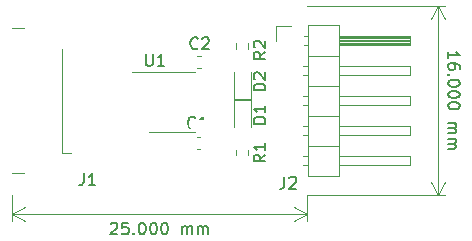
<source format=gto>
%TF.GenerationSoftware,KiCad,Pcbnew,(5.1.10)-1*%
%TF.CreationDate,2021-07-14T15:21:13+08:00*%
%TF.ProjectId,usb-ttl,7573622d-7474-46c2-9e6b-696361645f70,rev?*%
%TF.SameCoordinates,Original*%
%TF.FileFunction,Legend,Top*%
%TF.FilePolarity,Positive*%
%FSLAX46Y46*%
G04 Gerber Fmt 4.6, Leading zero omitted, Abs format (unit mm)*
G04 Created by KiCad (PCBNEW (5.1.10)-1) date 2021-07-14 15:21:13*
%MOMM*%
%LPD*%
G01*
G04 APERTURE LIST*
%ADD10C,0.150000*%
%ADD11C,0.120000*%
%ADD12O,1.800000X1.800000*%
%ADD13C,1.200000*%
%ADD14O,3.600000X2.000000*%
G04 APERTURE END LIST*
D10*
X137517619Y-117428571D02*
X137517619Y-116857142D01*
X137517619Y-117142857D02*
X138517619Y-117142857D01*
X138374761Y-117047619D01*
X138279523Y-116952380D01*
X138231904Y-116857142D01*
X138517619Y-118285714D02*
X138517619Y-118095238D01*
X138470000Y-118000000D01*
X138422380Y-117952380D01*
X138279523Y-117857142D01*
X138089047Y-117809523D01*
X137708095Y-117809523D01*
X137612857Y-117857142D01*
X137565238Y-117904761D01*
X137517619Y-118000000D01*
X137517619Y-118190476D01*
X137565238Y-118285714D01*
X137612857Y-118333333D01*
X137708095Y-118380952D01*
X137946190Y-118380952D01*
X138041428Y-118333333D01*
X138089047Y-118285714D01*
X138136666Y-118190476D01*
X138136666Y-118000000D01*
X138089047Y-117904761D01*
X138041428Y-117857142D01*
X137946190Y-117809523D01*
X137612857Y-118809523D02*
X137565238Y-118857142D01*
X137517619Y-118809523D01*
X137565238Y-118761904D01*
X137612857Y-118809523D01*
X137517619Y-118809523D01*
X138517619Y-119476190D02*
X138517619Y-119571428D01*
X138470000Y-119666666D01*
X138422380Y-119714285D01*
X138327142Y-119761904D01*
X138136666Y-119809523D01*
X137898571Y-119809523D01*
X137708095Y-119761904D01*
X137612857Y-119714285D01*
X137565238Y-119666666D01*
X137517619Y-119571428D01*
X137517619Y-119476190D01*
X137565238Y-119380952D01*
X137612857Y-119333333D01*
X137708095Y-119285714D01*
X137898571Y-119238095D01*
X138136666Y-119238095D01*
X138327142Y-119285714D01*
X138422380Y-119333333D01*
X138470000Y-119380952D01*
X138517619Y-119476190D01*
X138517619Y-120428571D02*
X138517619Y-120523809D01*
X138470000Y-120619047D01*
X138422380Y-120666666D01*
X138327142Y-120714285D01*
X138136666Y-120761904D01*
X137898571Y-120761904D01*
X137708095Y-120714285D01*
X137612857Y-120666666D01*
X137565238Y-120619047D01*
X137517619Y-120523809D01*
X137517619Y-120428571D01*
X137565238Y-120333333D01*
X137612857Y-120285714D01*
X137708095Y-120238095D01*
X137898571Y-120190476D01*
X138136666Y-120190476D01*
X138327142Y-120238095D01*
X138422380Y-120285714D01*
X138470000Y-120333333D01*
X138517619Y-120428571D01*
X138517619Y-121380952D02*
X138517619Y-121476190D01*
X138470000Y-121571428D01*
X138422380Y-121619047D01*
X138327142Y-121666666D01*
X138136666Y-121714285D01*
X137898571Y-121714285D01*
X137708095Y-121666666D01*
X137612857Y-121619047D01*
X137565238Y-121571428D01*
X137517619Y-121476190D01*
X137517619Y-121380952D01*
X137565238Y-121285714D01*
X137612857Y-121238095D01*
X137708095Y-121190476D01*
X137898571Y-121142857D01*
X138136666Y-121142857D01*
X138327142Y-121190476D01*
X138422380Y-121238095D01*
X138470000Y-121285714D01*
X138517619Y-121380952D01*
X137517619Y-122904761D02*
X138184285Y-122904761D01*
X138089047Y-122904761D02*
X138136666Y-122952380D01*
X138184285Y-123047619D01*
X138184285Y-123190476D01*
X138136666Y-123285714D01*
X138041428Y-123333333D01*
X137517619Y-123333333D01*
X138041428Y-123333333D02*
X138136666Y-123380952D01*
X138184285Y-123476190D01*
X138184285Y-123619047D01*
X138136666Y-123714285D01*
X138041428Y-123761904D01*
X137517619Y-123761904D01*
X137517619Y-124238095D02*
X138184285Y-124238095D01*
X138089047Y-124238095D02*
X138136666Y-124285714D01*
X138184285Y-124380952D01*
X138184285Y-124523809D01*
X138136666Y-124619047D01*
X138041428Y-124666666D01*
X137517619Y-124666666D01*
X138041428Y-124666666D02*
X138136666Y-124714285D01*
X138184285Y-124809523D01*
X138184285Y-124952380D01*
X138136666Y-125047619D01*
X138041428Y-125095238D01*
X137517619Y-125095238D01*
D11*
X136700000Y-113000000D02*
X136700000Y-129000000D01*
X125600000Y-113000000D02*
X137286421Y-113000000D01*
X125600000Y-129000000D02*
X137286421Y-129000000D01*
X136700000Y-129000000D02*
X136113579Y-127873496D01*
X136700000Y-129000000D02*
X137286421Y-127873496D01*
X136700000Y-113000000D02*
X136113579Y-114126504D01*
X136700000Y-113000000D02*
X137286421Y-114126504D01*
D10*
X108957142Y-131417619D02*
X109004761Y-131370000D01*
X109100000Y-131322380D01*
X109338095Y-131322380D01*
X109433333Y-131370000D01*
X109480952Y-131417619D01*
X109528571Y-131512857D01*
X109528571Y-131608095D01*
X109480952Y-131750952D01*
X108909523Y-132322380D01*
X109528571Y-132322380D01*
X110433333Y-131322380D02*
X109957142Y-131322380D01*
X109909523Y-131798571D01*
X109957142Y-131750952D01*
X110052380Y-131703333D01*
X110290476Y-131703333D01*
X110385714Y-131750952D01*
X110433333Y-131798571D01*
X110480952Y-131893809D01*
X110480952Y-132131904D01*
X110433333Y-132227142D01*
X110385714Y-132274761D01*
X110290476Y-132322380D01*
X110052380Y-132322380D01*
X109957142Y-132274761D01*
X109909523Y-132227142D01*
X110909523Y-132227142D02*
X110957142Y-132274761D01*
X110909523Y-132322380D01*
X110861904Y-132274761D01*
X110909523Y-132227142D01*
X110909523Y-132322380D01*
X111576190Y-131322380D02*
X111671428Y-131322380D01*
X111766666Y-131370000D01*
X111814285Y-131417619D01*
X111861904Y-131512857D01*
X111909523Y-131703333D01*
X111909523Y-131941428D01*
X111861904Y-132131904D01*
X111814285Y-132227142D01*
X111766666Y-132274761D01*
X111671428Y-132322380D01*
X111576190Y-132322380D01*
X111480952Y-132274761D01*
X111433333Y-132227142D01*
X111385714Y-132131904D01*
X111338095Y-131941428D01*
X111338095Y-131703333D01*
X111385714Y-131512857D01*
X111433333Y-131417619D01*
X111480952Y-131370000D01*
X111576190Y-131322380D01*
X112528571Y-131322380D02*
X112623809Y-131322380D01*
X112719047Y-131370000D01*
X112766666Y-131417619D01*
X112814285Y-131512857D01*
X112861904Y-131703333D01*
X112861904Y-131941428D01*
X112814285Y-132131904D01*
X112766666Y-132227142D01*
X112719047Y-132274761D01*
X112623809Y-132322380D01*
X112528571Y-132322380D01*
X112433333Y-132274761D01*
X112385714Y-132227142D01*
X112338095Y-132131904D01*
X112290476Y-131941428D01*
X112290476Y-131703333D01*
X112338095Y-131512857D01*
X112385714Y-131417619D01*
X112433333Y-131370000D01*
X112528571Y-131322380D01*
X113480952Y-131322380D02*
X113576190Y-131322380D01*
X113671428Y-131370000D01*
X113719047Y-131417619D01*
X113766666Y-131512857D01*
X113814285Y-131703333D01*
X113814285Y-131941428D01*
X113766666Y-132131904D01*
X113719047Y-132227142D01*
X113671428Y-132274761D01*
X113576190Y-132322380D01*
X113480952Y-132322380D01*
X113385714Y-132274761D01*
X113338095Y-132227142D01*
X113290476Y-132131904D01*
X113242857Y-131941428D01*
X113242857Y-131703333D01*
X113290476Y-131512857D01*
X113338095Y-131417619D01*
X113385714Y-131370000D01*
X113480952Y-131322380D01*
X115004761Y-132322380D02*
X115004761Y-131655714D01*
X115004761Y-131750952D02*
X115052380Y-131703333D01*
X115147619Y-131655714D01*
X115290476Y-131655714D01*
X115385714Y-131703333D01*
X115433333Y-131798571D01*
X115433333Y-132322380D01*
X115433333Y-131798571D02*
X115480952Y-131703333D01*
X115576190Y-131655714D01*
X115719047Y-131655714D01*
X115814285Y-131703333D01*
X115861904Y-131798571D01*
X115861904Y-132322380D01*
X116338095Y-132322380D02*
X116338095Y-131655714D01*
X116338095Y-131750952D02*
X116385714Y-131703333D01*
X116480952Y-131655714D01*
X116623809Y-131655714D01*
X116719047Y-131703333D01*
X116766666Y-131798571D01*
X116766666Y-132322380D01*
X116766666Y-131798571D02*
X116814285Y-131703333D01*
X116909523Y-131655714D01*
X117052380Y-131655714D01*
X117147619Y-131703333D01*
X117195238Y-131798571D01*
X117195238Y-132322380D01*
D11*
X100600000Y-130600000D02*
X125600000Y-130600000D01*
X100600000Y-129000000D02*
X100600000Y-131186421D01*
X125600000Y-129000000D02*
X125600000Y-131186421D01*
X125600000Y-130600000D02*
X124473496Y-131186421D01*
X125600000Y-130600000D02*
X124473496Y-130013579D01*
X100600000Y-130600000D02*
X101726504Y-131186421D01*
X100600000Y-130600000D02*
X101726504Y-130013579D01*
%TO.C,U1*%
X114175000Y-118545000D02*
X110725000Y-118545000D01*
X114175000Y-118545000D02*
X116125000Y-118545000D01*
X114175000Y-123665000D02*
X112225000Y-123665000D01*
X114175000Y-123665000D02*
X116125000Y-123665000D01*
%TO.C,J2*%
X122930000Y-114650000D02*
X124200000Y-114650000D01*
X122930000Y-115920000D02*
X122930000Y-114650000D01*
X125242929Y-126460000D02*
X125640000Y-126460000D01*
X125242929Y-125700000D02*
X125640000Y-125700000D01*
X134300000Y-126460000D02*
X128300000Y-126460000D01*
X134300000Y-125700000D02*
X134300000Y-126460000D01*
X128300000Y-125700000D02*
X134300000Y-125700000D01*
X125640000Y-124810000D02*
X128300000Y-124810000D01*
X125242929Y-123920000D02*
X125640000Y-123920000D01*
X125242929Y-123160000D02*
X125640000Y-123160000D01*
X134300000Y-123920000D02*
X128300000Y-123920000D01*
X134300000Y-123160000D02*
X134300000Y-123920000D01*
X128300000Y-123160000D02*
X134300000Y-123160000D01*
X125640000Y-122270000D02*
X128300000Y-122270000D01*
X125242929Y-121380000D02*
X125640000Y-121380000D01*
X125242929Y-120620000D02*
X125640000Y-120620000D01*
X134300000Y-121380000D02*
X128300000Y-121380000D01*
X134300000Y-120620000D02*
X134300000Y-121380000D01*
X128300000Y-120620000D02*
X134300000Y-120620000D01*
X125640000Y-119730000D02*
X128300000Y-119730000D01*
X125242929Y-118840000D02*
X125640000Y-118840000D01*
X125242929Y-118080000D02*
X125640000Y-118080000D01*
X134300000Y-118840000D02*
X128300000Y-118840000D01*
X134300000Y-118080000D02*
X134300000Y-118840000D01*
X128300000Y-118080000D02*
X134300000Y-118080000D01*
X125640000Y-117190000D02*
X128300000Y-117190000D01*
X125310000Y-116300000D02*
X125640000Y-116300000D01*
X125310000Y-115540000D02*
X125640000Y-115540000D01*
X128300000Y-116200000D02*
X134300000Y-116200000D01*
X128300000Y-116080000D02*
X134300000Y-116080000D01*
X128300000Y-115960000D02*
X134300000Y-115960000D01*
X128300000Y-115840000D02*
X134300000Y-115840000D01*
X128300000Y-115720000D02*
X134300000Y-115720000D01*
X128300000Y-115600000D02*
X134300000Y-115600000D01*
X134300000Y-116300000D02*
X128300000Y-116300000D01*
X134300000Y-115540000D02*
X134300000Y-116300000D01*
X128300000Y-115540000D02*
X134300000Y-115540000D01*
X128300000Y-114590000D02*
X125640000Y-114590000D01*
X128300000Y-127410000D02*
X128300000Y-114590000D01*
X125640000Y-127410000D02*
X128300000Y-127410000D01*
X125640000Y-114590000D02*
X125640000Y-127410000D01*
%TO.C,R2*%
X119577500Y-116137742D02*
X119577500Y-116612258D01*
X120622500Y-116137742D02*
X120622500Y-116612258D01*
%TO.C,R1*%
X120622500Y-125637258D02*
X120622500Y-125162742D01*
X119577500Y-125637258D02*
X119577500Y-125162742D01*
%TO.C,J1*%
X104820000Y-125400000D02*
X105575000Y-125400000D01*
X101650000Y-114855000D02*
X100600000Y-114855000D01*
X101650000Y-127145000D02*
X100600000Y-127145000D01*
X104820000Y-125400000D02*
X104820000Y-116600000D01*
%TO.C,D2*%
X120835000Y-120897500D02*
X120835000Y-118612500D01*
X119365000Y-120897500D02*
X120835000Y-120897500D01*
X119365000Y-118612500D02*
X119365000Y-120897500D01*
%TO.C,D1*%
X119365000Y-120927500D02*
X119365000Y-123212500D01*
X120835000Y-120927500D02*
X119365000Y-120927500D01*
X120835000Y-123212500D02*
X120835000Y-120927500D01*
%TO.C,C2*%
X116565580Y-117190000D02*
X116284420Y-117190000D01*
X116565580Y-118210000D02*
X116284420Y-118210000D01*
%TO.C,C1*%
X116515580Y-124090000D02*
X116234420Y-124090000D01*
X116515580Y-125110000D02*
X116234420Y-125110000D01*
%TO.C,U1*%
D10*
X111938095Y-117052380D02*
X111938095Y-117861904D01*
X111985714Y-117957142D01*
X112033333Y-118004761D01*
X112128571Y-118052380D01*
X112319047Y-118052380D01*
X112414285Y-118004761D01*
X112461904Y-117957142D01*
X112509523Y-117861904D01*
X112509523Y-117052380D01*
X113509523Y-118052380D02*
X112938095Y-118052380D01*
X113223809Y-118052380D02*
X113223809Y-117052380D01*
X113128571Y-117195238D01*
X113033333Y-117290476D01*
X112938095Y-117338095D01*
%TO.C,J2*%
X123666666Y-127452380D02*
X123666666Y-128166666D01*
X123619047Y-128309523D01*
X123523809Y-128404761D01*
X123380952Y-128452380D01*
X123285714Y-128452380D01*
X124095238Y-127547619D02*
X124142857Y-127500000D01*
X124238095Y-127452380D01*
X124476190Y-127452380D01*
X124571428Y-127500000D01*
X124619047Y-127547619D01*
X124666666Y-127642857D01*
X124666666Y-127738095D01*
X124619047Y-127880952D01*
X124047619Y-128452380D01*
X124666666Y-128452380D01*
%TO.C,R2*%
X122052380Y-116866666D02*
X121576190Y-117200000D01*
X122052380Y-117438095D02*
X121052380Y-117438095D01*
X121052380Y-117057142D01*
X121100000Y-116961904D01*
X121147619Y-116914285D01*
X121242857Y-116866666D01*
X121385714Y-116866666D01*
X121480952Y-116914285D01*
X121528571Y-116961904D01*
X121576190Y-117057142D01*
X121576190Y-117438095D01*
X121147619Y-116485714D02*
X121100000Y-116438095D01*
X121052380Y-116342857D01*
X121052380Y-116104761D01*
X121100000Y-116009523D01*
X121147619Y-115961904D01*
X121242857Y-115914285D01*
X121338095Y-115914285D01*
X121480952Y-115961904D01*
X122052380Y-116533333D01*
X122052380Y-115914285D01*
%TO.C,R1*%
X122052380Y-125566666D02*
X121576190Y-125900000D01*
X122052380Y-126138095D02*
X121052380Y-126138095D01*
X121052380Y-125757142D01*
X121100000Y-125661904D01*
X121147619Y-125614285D01*
X121242857Y-125566666D01*
X121385714Y-125566666D01*
X121480952Y-125614285D01*
X121528571Y-125661904D01*
X121576190Y-125757142D01*
X121576190Y-126138095D01*
X122052380Y-124614285D02*
X122052380Y-125185714D01*
X122052380Y-124900000D02*
X121052380Y-124900000D01*
X121195238Y-124995238D01*
X121290476Y-125090476D01*
X121338095Y-125185714D01*
%TO.C,J1*%
X106666666Y-127152380D02*
X106666666Y-127866666D01*
X106619047Y-128009523D01*
X106523809Y-128104761D01*
X106380952Y-128152380D01*
X106285714Y-128152380D01*
X107666666Y-128152380D02*
X107095238Y-128152380D01*
X107380952Y-128152380D02*
X107380952Y-127152380D01*
X107285714Y-127295238D01*
X107190476Y-127390476D01*
X107095238Y-127438095D01*
%TO.C,D2*%
X122052380Y-120138095D02*
X121052380Y-120138095D01*
X121052380Y-119900000D01*
X121100000Y-119757142D01*
X121195238Y-119661904D01*
X121290476Y-119614285D01*
X121480952Y-119566666D01*
X121623809Y-119566666D01*
X121814285Y-119614285D01*
X121909523Y-119661904D01*
X122004761Y-119757142D01*
X122052380Y-119900000D01*
X122052380Y-120138095D01*
X121147619Y-119185714D02*
X121100000Y-119138095D01*
X121052380Y-119042857D01*
X121052380Y-118804761D01*
X121100000Y-118709523D01*
X121147619Y-118661904D01*
X121242857Y-118614285D01*
X121338095Y-118614285D01*
X121480952Y-118661904D01*
X122052380Y-119233333D01*
X122052380Y-118614285D01*
%TO.C,D1*%
X122052380Y-122938095D02*
X121052380Y-122938095D01*
X121052380Y-122700000D01*
X121100000Y-122557142D01*
X121195238Y-122461904D01*
X121290476Y-122414285D01*
X121480952Y-122366666D01*
X121623809Y-122366666D01*
X121814285Y-122414285D01*
X121909523Y-122461904D01*
X122004761Y-122557142D01*
X122052380Y-122700000D01*
X122052380Y-122938095D01*
X122052380Y-121414285D02*
X122052380Y-121985714D01*
X122052380Y-121700000D02*
X121052380Y-121700000D01*
X121195238Y-121795238D01*
X121290476Y-121890476D01*
X121338095Y-121985714D01*
%TO.C,C2*%
X116333333Y-116557142D02*
X116285714Y-116604761D01*
X116142857Y-116652380D01*
X116047619Y-116652380D01*
X115904761Y-116604761D01*
X115809523Y-116509523D01*
X115761904Y-116414285D01*
X115714285Y-116223809D01*
X115714285Y-116080952D01*
X115761904Y-115890476D01*
X115809523Y-115795238D01*
X115904761Y-115700000D01*
X116047619Y-115652380D01*
X116142857Y-115652380D01*
X116285714Y-115700000D01*
X116333333Y-115747619D01*
X116714285Y-115747619D02*
X116761904Y-115700000D01*
X116857142Y-115652380D01*
X117095238Y-115652380D01*
X117190476Y-115700000D01*
X117238095Y-115747619D01*
X117285714Y-115842857D01*
X117285714Y-115938095D01*
X117238095Y-116080952D01*
X116666666Y-116652380D01*
X117285714Y-116652380D01*
%TO.C,C1*%
X116133333Y-123257142D02*
X116085714Y-123304761D01*
X115942857Y-123352380D01*
X115847619Y-123352380D01*
X115704761Y-123304761D01*
X115609523Y-123209523D01*
X115561904Y-123114285D01*
X115514285Y-122923809D01*
X115514285Y-122780952D01*
X115561904Y-122590476D01*
X115609523Y-122495238D01*
X115704761Y-122400000D01*
X115847619Y-122352380D01*
X115942857Y-122352380D01*
X116085714Y-122400000D01*
X116133333Y-122447619D01*
X117085714Y-123352380D02*
X116514285Y-123352380D01*
X116800000Y-123352380D02*
X116800000Y-122352380D01*
X116704761Y-122495238D01*
X116609523Y-122590476D01*
X116514285Y-122638095D01*
%TD*%
%LPC*%
%TO.C,U1*%
G36*
G01*
X115625000Y-119375000D02*
X115625000Y-119025000D01*
G75*
G02*
X115800000Y-118850000I175000J0D01*
G01*
X117500000Y-118850000D01*
G75*
G02*
X117675000Y-119025000I0J-175000D01*
G01*
X117675000Y-119375000D01*
G75*
G02*
X117500000Y-119550000I-175000J0D01*
G01*
X115800000Y-119550000D01*
G75*
G02*
X115625000Y-119375000I0J175000D01*
G01*
G37*
G36*
G01*
X115625000Y-120645000D02*
X115625000Y-120295000D01*
G75*
G02*
X115800000Y-120120000I175000J0D01*
G01*
X117500000Y-120120000D01*
G75*
G02*
X117675000Y-120295000I0J-175000D01*
G01*
X117675000Y-120645000D01*
G75*
G02*
X117500000Y-120820000I-175000J0D01*
G01*
X115800000Y-120820000D01*
G75*
G02*
X115625000Y-120645000I0J175000D01*
G01*
G37*
G36*
G01*
X115625000Y-121915000D02*
X115625000Y-121565000D01*
G75*
G02*
X115800000Y-121390000I175000J0D01*
G01*
X117500000Y-121390000D01*
G75*
G02*
X117675000Y-121565000I0J-175000D01*
G01*
X117675000Y-121915000D01*
G75*
G02*
X117500000Y-122090000I-175000J0D01*
G01*
X115800000Y-122090000D01*
G75*
G02*
X115625000Y-121915000I0J175000D01*
G01*
G37*
G36*
G01*
X115625000Y-123185000D02*
X115625000Y-122835000D01*
G75*
G02*
X115800000Y-122660000I175000J0D01*
G01*
X117500000Y-122660000D01*
G75*
G02*
X117675000Y-122835000I0J-175000D01*
G01*
X117675000Y-123185000D01*
G75*
G02*
X117500000Y-123360000I-175000J0D01*
G01*
X115800000Y-123360000D01*
G75*
G02*
X115625000Y-123185000I0J175000D01*
G01*
G37*
G36*
G01*
X110675000Y-123185000D02*
X110675000Y-122835000D01*
G75*
G02*
X110850000Y-122660000I175000J0D01*
G01*
X112550000Y-122660000D01*
G75*
G02*
X112725000Y-122835000I0J-175000D01*
G01*
X112725000Y-123185000D01*
G75*
G02*
X112550000Y-123360000I-175000J0D01*
G01*
X110850000Y-123360000D01*
G75*
G02*
X110675000Y-123185000I0J175000D01*
G01*
G37*
G36*
G01*
X110675000Y-121915000D02*
X110675000Y-121565000D01*
G75*
G02*
X110850000Y-121390000I175000J0D01*
G01*
X112550000Y-121390000D01*
G75*
G02*
X112725000Y-121565000I0J-175000D01*
G01*
X112725000Y-121915000D01*
G75*
G02*
X112550000Y-122090000I-175000J0D01*
G01*
X110850000Y-122090000D01*
G75*
G02*
X110675000Y-121915000I0J175000D01*
G01*
G37*
G36*
G01*
X110675000Y-120645000D02*
X110675000Y-120295000D01*
G75*
G02*
X110850000Y-120120000I175000J0D01*
G01*
X112550000Y-120120000D01*
G75*
G02*
X112725000Y-120295000I0J-175000D01*
G01*
X112725000Y-120645000D01*
G75*
G02*
X112550000Y-120820000I-175000J0D01*
G01*
X110850000Y-120820000D01*
G75*
G02*
X110675000Y-120645000I0J175000D01*
G01*
G37*
G36*
G01*
X110675000Y-119375000D02*
X110675000Y-119025000D01*
G75*
G02*
X110850000Y-118850000I175000J0D01*
G01*
X112550000Y-118850000D01*
G75*
G02*
X112725000Y-119025000I0J-175000D01*
G01*
X112725000Y-119375000D01*
G75*
G02*
X112550000Y-119550000I-175000J0D01*
G01*
X110850000Y-119550000D01*
G75*
G02*
X110675000Y-119375000I0J175000D01*
G01*
G37*
%TD*%
D12*
%TO.C,J2*%
X124200000Y-126080000D03*
X124200000Y-123540000D03*
X124200000Y-121000000D03*
X124200000Y-118460000D03*
G36*
G01*
X123300000Y-116770000D02*
X123300000Y-115070000D01*
G75*
G02*
X123350000Y-115020000I50000J0D01*
G01*
X125050000Y-115020000D01*
G75*
G02*
X125100000Y-115070000I0J-50000D01*
G01*
X125100000Y-116770000D01*
G75*
G02*
X125050000Y-116820000I-50000J0D01*
G01*
X123350000Y-116820000D01*
G75*
G02*
X123300000Y-116770000I0J50000D01*
G01*
G37*
%TD*%
%TO.C,R2*%
G36*
G01*
X119800000Y-116750000D02*
X120400000Y-116750000D01*
G75*
G02*
X120625000Y-116975000I0J-225000D01*
G01*
X120625000Y-117425000D01*
G75*
G02*
X120400000Y-117650000I-225000J0D01*
G01*
X119800000Y-117650000D01*
G75*
G02*
X119575000Y-117425000I0J225000D01*
G01*
X119575000Y-116975000D01*
G75*
G02*
X119800000Y-116750000I225000J0D01*
G01*
G37*
G36*
G01*
X119800000Y-115100000D02*
X120400000Y-115100000D01*
G75*
G02*
X120625000Y-115325000I0J-225000D01*
G01*
X120625000Y-115775000D01*
G75*
G02*
X120400000Y-116000000I-225000J0D01*
G01*
X119800000Y-116000000D01*
G75*
G02*
X119575000Y-115775000I0J225000D01*
G01*
X119575000Y-115325000D01*
G75*
G02*
X119800000Y-115100000I225000J0D01*
G01*
G37*
%TD*%
%TO.C,R1*%
G36*
G01*
X120400000Y-125025000D02*
X119800000Y-125025000D01*
G75*
G02*
X119575000Y-124800000I0J225000D01*
G01*
X119575000Y-124350000D01*
G75*
G02*
X119800000Y-124125000I225000J0D01*
G01*
X120400000Y-124125000D01*
G75*
G02*
X120625000Y-124350000I0J-225000D01*
G01*
X120625000Y-124800000D01*
G75*
G02*
X120400000Y-125025000I-225000J0D01*
G01*
G37*
G36*
G01*
X120400000Y-126675000D02*
X119800000Y-126675000D01*
G75*
G02*
X119575000Y-126450000I0J225000D01*
G01*
X119575000Y-126000000D01*
G75*
G02*
X119800000Y-125775000I225000J0D01*
G01*
X120400000Y-125775000D01*
G75*
G02*
X120625000Y-126000000I0J-225000D01*
G01*
X120625000Y-126450000D01*
G75*
G02*
X120400000Y-126675000I-225000J0D01*
G01*
G37*
%TD*%
D13*
%TO.C,J1*%
X103700000Y-118700000D03*
X103700000Y-123300000D03*
D14*
X103700000Y-115300000D03*
X103700000Y-126700000D03*
G36*
G01*
X107750000Y-116950000D02*
X107750000Y-118050000D01*
G75*
G02*
X107700000Y-118100000I-50000J0D01*
G01*
X105200000Y-118100000D01*
G75*
G02*
X105150000Y-118050000I0J50000D01*
G01*
X105150000Y-116950000D01*
G75*
G02*
X105200000Y-116900000I50000J0D01*
G01*
X107700000Y-116900000D01*
G75*
G02*
X107750000Y-116950000I0J-50000D01*
G01*
G37*
G36*
G01*
X107750000Y-123950000D02*
X107750000Y-125050000D01*
G75*
G02*
X107700000Y-125100000I-50000J0D01*
G01*
X105200000Y-125100000D01*
G75*
G02*
X105150000Y-125050000I0J50000D01*
G01*
X105150000Y-123950000D01*
G75*
G02*
X105200000Y-123900000I50000J0D01*
G01*
X107700000Y-123900000D01*
G75*
G02*
X107750000Y-123950000I0J-50000D01*
G01*
G37*
G36*
G01*
X107750000Y-119450000D02*
X107750000Y-120550000D01*
G75*
G02*
X107700000Y-120600000I-50000J0D01*
G01*
X105200000Y-120600000D01*
G75*
G02*
X105150000Y-120550000I0J50000D01*
G01*
X105150000Y-119450000D01*
G75*
G02*
X105200000Y-119400000I50000J0D01*
G01*
X107700000Y-119400000D01*
G75*
G02*
X107750000Y-119450000I0J-50000D01*
G01*
G37*
G36*
G01*
X107750000Y-121450000D02*
X107750000Y-122550000D01*
G75*
G02*
X107700000Y-122600000I-50000J0D01*
G01*
X105200000Y-122600000D01*
G75*
G02*
X105150000Y-122550000I0J50000D01*
G01*
X105150000Y-121450000D01*
G75*
G02*
X105200000Y-121400000I50000J0D01*
G01*
X107700000Y-121400000D01*
G75*
G02*
X107750000Y-121450000I0J-50000D01*
G01*
G37*
%TD*%
%TO.C,D2*%
G36*
G01*
X120381250Y-119112500D02*
X119818750Y-119112500D01*
G75*
G02*
X119575000Y-118868750I0J243750D01*
G01*
X119575000Y-118381250D01*
G75*
G02*
X119818750Y-118137500I243750J0D01*
G01*
X120381250Y-118137500D01*
G75*
G02*
X120625000Y-118381250I0J-243750D01*
G01*
X120625000Y-118868750D01*
G75*
G02*
X120381250Y-119112500I-243750J0D01*
G01*
G37*
G36*
G01*
X120381250Y-120687500D02*
X119818750Y-120687500D01*
G75*
G02*
X119575000Y-120443750I0J243750D01*
G01*
X119575000Y-119956250D01*
G75*
G02*
X119818750Y-119712500I243750J0D01*
G01*
X120381250Y-119712500D01*
G75*
G02*
X120625000Y-119956250I0J-243750D01*
G01*
X120625000Y-120443750D01*
G75*
G02*
X120381250Y-120687500I-243750J0D01*
G01*
G37*
%TD*%
%TO.C,D1*%
G36*
G01*
X119818750Y-122712500D02*
X120381250Y-122712500D01*
G75*
G02*
X120625000Y-122956250I0J-243750D01*
G01*
X120625000Y-123443750D01*
G75*
G02*
X120381250Y-123687500I-243750J0D01*
G01*
X119818750Y-123687500D01*
G75*
G02*
X119575000Y-123443750I0J243750D01*
G01*
X119575000Y-122956250D01*
G75*
G02*
X119818750Y-122712500I243750J0D01*
G01*
G37*
G36*
G01*
X119818750Y-121137500D02*
X120381250Y-121137500D01*
G75*
G02*
X120625000Y-121381250I0J-243750D01*
G01*
X120625000Y-121868750D01*
G75*
G02*
X120381250Y-122112500I-243750J0D01*
G01*
X119818750Y-122112500D01*
G75*
G02*
X119575000Y-121868750I0J243750D01*
G01*
X119575000Y-121381250D01*
G75*
G02*
X119818750Y-121137500I243750J0D01*
G01*
G37*
%TD*%
%TO.C,C2*%
G36*
G01*
X116150000Y-117425000D02*
X116150000Y-117975000D01*
G75*
G02*
X115900000Y-118225000I-250000J0D01*
G01*
X115400000Y-118225000D01*
G75*
G02*
X115150000Y-117975000I0J250000D01*
G01*
X115150000Y-117425000D01*
G75*
G02*
X115400000Y-117175000I250000J0D01*
G01*
X115900000Y-117175000D01*
G75*
G02*
X116150000Y-117425000I0J-250000D01*
G01*
G37*
G36*
G01*
X117700000Y-117425000D02*
X117700000Y-117975000D01*
G75*
G02*
X117450000Y-118225000I-250000J0D01*
G01*
X116950000Y-118225000D01*
G75*
G02*
X116700000Y-117975000I0J250000D01*
G01*
X116700000Y-117425000D01*
G75*
G02*
X116950000Y-117175000I250000J0D01*
G01*
X117450000Y-117175000D01*
G75*
G02*
X117700000Y-117425000I0J-250000D01*
G01*
G37*
%TD*%
%TO.C,C1*%
G36*
G01*
X116100000Y-124325000D02*
X116100000Y-124875000D01*
G75*
G02*
X115850000Y-125125000I-250000J0D01*
G01*
X115350000Y-125125000D01*
G75*
G02*
X115100000Y-124875000I0J250000D01*
G01*
X115100000Y-124325000D01*
G75*
G02*
X115350000Y-124075000I250000J0D01*
G01*
X115850000Y-124075000D01*
G75*
G02*
X116100000Y-124325000I0J-250000D01*
G01*
G37*
G36*
G01*
X117650000Y-124325000D02*
X117650000Y-124875000D01*
G75*
G02*
X117400000Y-125125000I-250000J0D01*
G01*
X116900000Y-125125000D01*
G75*
G02*
X116650000Y-124875000I0J250000D01*
G01*
X116650000Y-124325000D01*
G75*
G02*
X116900000Y-124075000I250000J0D01*
G01*
X117400000Y-124075000D01*
G75*
G02*
X117650000Y-124325000I0J-250000D01*
G01*
G37*
%TD*%
M02*

</source>
